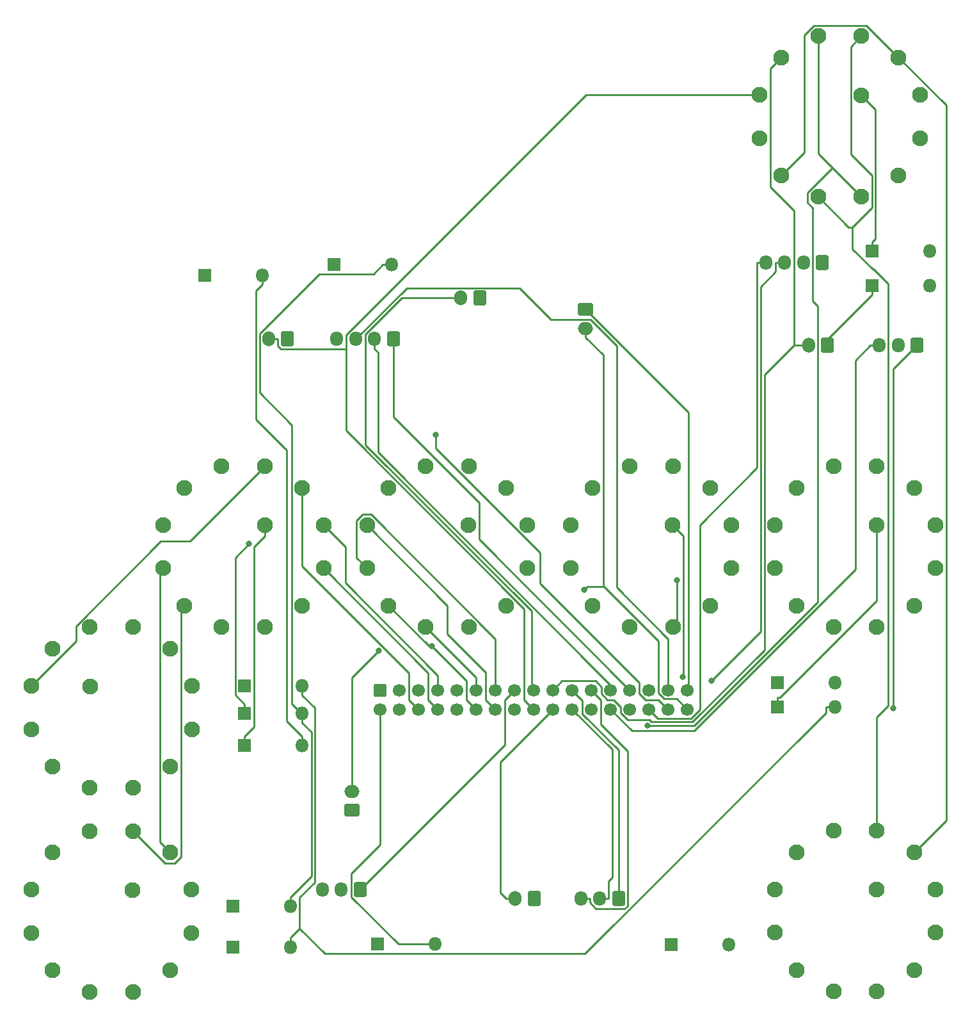
<source format=gbr>
%TF.GenerationSoftware,KiCad,Pcbnew,8.0.2-1*%
%TF.CreationDate,2024-08-11T12:42:30+10:00*%
%TF.ProjectId,UHF-ROTARIES,5548462d-524f-4544-9152-4945532e6b69,rev?*%
%TF.SameCoordinates,Original*%
%TF.FileFunction,Copper,L1,Top*%
%TF.FilePolarity,Positive*%
%FSLAX46Y46*%
G04 Gerber Fmt 4.6, Leading zero omitted, Abs format (unit mm)*
G04 Created by KiCad (PCBNEW 8.0.2-1) date 2024-08-11 12:42:30*
%MOMM*%
%LPD*%
G01*
G04 APERTURE LIST*
G04 Aperture macros list*
%AMRoundRect*
0 Rectangle with rounded corners*
0 $1 Rounding radius*
0 $2 $3 $4 $5 $6 $7 $8 $9 X,Y pos of 4 corners*
0 Add a 4 corners polygon primitive as box body*
4,1,4,$2,$3,$4,$5,$6,$7,$8,$9,$2,$3,0*
0 Add four circle primitives for the rounded corners*
1,1,$1+$1,$2,$3*
1,1,$1+$1,$4,$5*
1,1,$1+$1,$6,$7*
1,1,$1+$1,$8,$9*
0 Add four rect primitives between the rounded corners*
20,1,$1+$1,$2,$3,$4,$5,0*
20,1,$1+$1,$4,$5,$6,$7,0*
20,1,$1+$1,$6,$7,$8,$9,0*
20,1,$1+$1,$8,$9,$2,$3,0*%
G04 Aperture macros list end*
%TA.AperFunction,ComponentPad*%
%ADD10C,2.100000*%
%TD*%
%TA.AperFunction,ComponentPad*%
%ADD11R,1.800000X1.800000*%
%TD*%
%TA.AperFunction,ComponentPad*%
%ADD12O,1.800000X1.800000*%
%TD*%
%TA.AperFunction,ComponentPad*%
%ADD13RoundRect,0.250000X0.600000X0.750000X-0.600000X0.750000X-0.600000X-0.750000X0.600000X-0.750000X0*%
%TD*%
%TA.AperFunction,ComponentPad*%
%ADD14O,1.700000X2.000000*%
%TD*%
%TA.AperFunction,ComponentPad*%
%ADD15RoundRect,0.250000X0.600000X0.725000X-0.600000X0.725000X-0.600000X-0.725000X0.600000X-0.725000X0*%
%TD*%
%TA.AperFunction,ComponentPad*%
%ADD16O,1.700000X1.950000*%
%TD*%
%TA.AperFunction,ComponentPad*%
%ADD17RoundRect,0.250000X-0.750000X0.600000X-0.750000X-0.600000X0.750000X-0.600000X0.750000X0.600000X0*%
%TD*%
%TA.AperFunction,ComponentPad*%
%ADD18O,2.000000X1.700000*%
%TD*%
%TA.AperFunction,ComponentPad*%
%ADD19RoundRect,0.250000X0.750000X-0.600000X0.750000X0.600000X-0.750000X0.600000X-0.750000X-0.600000X0*%
%TD*%
%TA.AperFunction,ComponentPad*%
%ADD20RoundRect,0.250000X-0.600000X0.600000X-0.600000X-0.600000X0.600000X-0.600000X0.600000X0.600000X0*%
%TD*%
%TA.AperFunction,ComponentPad*%
%ADD21C,1.700000*%
%TD*%
%TA.AperFunction,ViaPad*%
%ADD22C,0.800000*%
%TD*%
%TA.AperFunction,Conductor*%
%ADD23C,0.250000*%
%TD*%
G04 APERTURE END LIST*
D10*
%TO.P,SW9,1,1*%
%TO.N,ROW0*%
X107472000Y17778000D03*
%TO.P,SW9,2,2*%
%TO.N,ROW1*%
X112403000Y14931000D03*
%TO.P,SW9,3,3*%
%TO.N,ROW2*%
X115250000Y10000000D03*
%TO.P,SW9,4,4*%
%TO.N,ROW3*%
X115250000Y4306000D03*
%TO.P,SW9,5,5*%
%TO.N,ROW4*%
X112403000Y-625000D03*
%TO.P,SW9,6,6*%
%TO.N,ROW5*%
X107472000Y-3472000D03*
%TO.P,SW9,7,7*%
%TO.N,ROW6*%
X101778000Y-3472000D03*
%TO.P,SW9,8,8*%
%TO.N,ROW7*%
X96847000Y-625000D03*
%TO.P,SW9,9,9*%
%TO.N,ROW8*%
X94000000Y4306000D03*
%TO.P,SW9,10,10*%
%TO.N,ROW9*%
X94000000Y10000000D03*
%TO.P,SW9,11,11*%
%TO.N,unconnected-(SW9-Pad11)*%
X96847000Y14931000D03*
%TO.P,SW9,12,12*%
%TO.N,unconnected-(SW9-Pad12)*%
X101778000Y17778000D03*
%TO.P,SW9,A1,A1*%
%TO.N,Net-(D10-K)*%
X107453000Y9981000D03*
%TD*%
%TO.P,J10,1,1*%
%TO.N,ROW10*%
X134472000Y-30397000D03*
%TO.P,J10,2,2*%
%TO.N,ROW11*%
X139403000Y-33244000D03*
%TO.P,J10,3,3*%
%TO.N,ROW12*%
X142250000Y-38175000D03*
%TO.P,J10,4,4*%
%TO.N,unconnected-(J10-Pad4)*%
X142250000Y-43869000D03*
%TO.P,J10,5,5*%
%TO.N,unconnected-(J10-Pad5)*%
X139403000Y-48800000D03*
%TO.P,J10,6,6*%
%TO.N,unconnected-(J10-Pad6)*%
X134472000Y-51647000D03*
%TO.P,J10,7,7*%
%TO.N,unconnected-(J10-Pad7)*%
X128778000Y-51647000D03*
%TO.P,J10,8,8*%
%TO.N,unconnected-(J10-Pad8)*%
X123847000Y-48800000D03*
%TO.P,J10,9,9*%
%TO.N,unconnected-(J10-Pad9)*%
X121000000Y-43869000D03*
%TO.P,J10,10,10*%
%TO.N,unconnected-(J10-Pad10)*%
X121000000Y-38175000D03*
%TO.P,J10,11,11*%
%TO.N,unconnected-(J10-Pad11)*%
X123847000Y-33244000D03*
%TO.P,J10,12,12*%
%TO.N,unconnected-(J10-Pad12)*%
X128778000Y-30397000D03*
%TO.P,J10,A1,A1*%
%TO.N,Net-(D2-K)*%
X134453000Y-38194000D03*
%TD*%
%TO.P,SW2,1,1*%
%TO.N,ROW0*%
X80472000Y17778000D03*
%TO.P,SW2,2,2*%
%TO.N,ROW1*%
X85403000Y14931000D03*
%TO.P,SW2,3,3*%
%TO.N,ROW2*%
X88250000Y10000000D03*
%TO.P,SW2,4,4*%
%TO.N,ROW3*%
X88250000Y4306000D03*
%TO.P,SW2,5,5*%
%TO.N,ROW4*%
X85403000Y-625000D03*
%TO.P,SW2,6,6*%
%TO.N,ROW5*%
X80472000Y-3472000D03*
%TO.P,SW2,7,7*%
%TO.N,ROW6*%
X74778000Y-3472000D03*
%TO.P,SW2,8,8*%
%TO.N,ROW7*%
X69847000Y-625000D03*
%TO.P,SW2,9,9*%
%TO.N,ROW8*%
X67000000Y4306000D03*
%TO.P,SW2,10,10*%
%TO.N,ROW9*%
X67000000Y10000000D03*
%TO.P,SW2,11,11*%
%TO.N,unconnected-(SW2-Pad11)*%
X69847000Y14931000D03*
%TO.P,SW2,12,12*%
%TO.N,unconnected-(SW2-Pad12)*%
X74778000Y17778000D03*
%TO.P,SW2,A1,A1*%
%TO.N,Net-(D7-K)*%
X80453000Y9981000D03*
%TD*%
%TO.P,J9,1,1*%
%TO.N,ROW7*%
X36022000Y-30428000D03*
%TO.P,J9,2,2*%
%TO.N,ROW8*%
X40953000Y-33275000D03*
%TO.P,J9,3,3*%
%TO.N,ROW9*%
X43800000Y-38206000D03*
%TO.P,J9,4,4*%
%TO.N,ROW10*%
X43800000Y-43900000D03*
%TO.P,J9,5,5*%
%TO.N,unconnected-(J9-Pad5)*%
X40953000Y-48831000D03*
%TO.P,J9,6,6*%
%TO.N,unconnected-(J9-Pad6)*%
X36022000Y-51678000D03*
%TO.P,J9,7,7*%
%TO.N,unconnected-(J9-Pad7)*%
X30328000Y-51678000D03*
%TO.P,J9,8,8*%
%TO.N,unconnected-(J9-Pad8)*%
X25397000Y-48831000D03*
%TO.P,J9,9,9*%
%TO.N,unconnected-(J9-Pad9)*%
X22550000Y-43900000D03*
%TO.P,J9,10,10*%
%TO.N,unconnected-(J9-Pad10)*%
X22550000Y-38206000D03*
%TO.P,J9,11,11*%
%TO.N,unconnected-(J9-Pad11)*%
X25397000Y-33275000D03*
%TO.P,J9,12,12*%
%TO.N,unconnected-(J9-Pad12)*%
X30328000Y-30428000D03*
%TO.P,J9,A1,A1*%
%TO.N,Net-(D1-K)*%
X36003000Y-38225000D03*
%TD*%
%TO.P,SW5,1,1*%
%TO.N,ROW0*%
X22553000Y-11275000D03*
%TO.P,SW5,2,2*%
%TO.N,ROW1*%
X25400000Y-6344000D03*
%TO.P,SW5,3,3*%
%TO.N,ROW2*%
X30331000Y-3497000D03*
%TO.P,SW5,4,4*%
%TO.N,unconnected-(SW5-Pad4)*%
X36025000Y-3497000D03*
%TO.P,SW5,5,5*%
%TO.N,unconnected-(SW5-Pad5)*%
X40956000Y-6344000D03*
%TO.P,SW5,6,6*%
%TO.N,unconnected-(SW5-Pad6)*%
X43803000Y-11275000D03*
%TO.P,SW5,7,7*%
%TO.N,unconnected-(SW5-Pad7)*%
X43803000Y-16969000D03*
%TO.P,SW5,8,8*%
%TO.N,unconnected-(SW5-Pad8)*%
X40956000Y-21900000D03*
%TO.P,SW5,9,9*%
%TO.N,unconnected-(SW5-Pad9)*%
X36025000Y-24747000D03*
%TO.P,SW5,10,10*%
%TO.N,unconnected-(SW5-Pad10)*%
X30331000Y-24747000D03*
%TO.P,SW5,11,11*%
%TO.N,unconnected-(SW5-Pad11)*%
X25400000Y-21900000D03*
%TO.P,SW5,12,12*%
%TO.N,unconnected-(SW5-Pad12)*%
X22553000Y-16969000D03*
%TO.P,SW5,A1,A1*%
%TO.N,Net-(D5-K)*%
X30350000Y-11294000D03*
%TD*%
%TO.P,SW3,1,1*%
%TO.N,ROW3*%
X134472000Y17778000D03*
%TO.P,SW3,2,2*%
%TO.N,ROW4*%
X139403000Y14931000D03*
%TO.P,SW3,3,3*%
%TO.N,ROW5*%
X142250000Y10000000D03*
%TO.P,SW3,4,4*%
%TO.N,ROW6*%
X142250000Y4306000D03*
%TO.P,SW3,5,5*%
%TO.N,unconnected-(SW3-Pad5)*%
X139403000Y-625000D03*
%TO.P,SW3,6,6*%
%TO.N,unconnected-(SW3-Pad6)*%
X134472000Y-3472000D03*
%TO.P,SW3,7,7*%
%TO.N,unconnected-(SW3-Pad7)*%
X128778000Y-3472000D03*
%TO.P,SW3,8,8*%
%TO.N,unconnected-(SW3-Pad8)*%
X123847000Y-625000D03*
%TO.P,SW3,9,9*%
%TO.N,unconnected-(SW3-Pad9)*%
X121000000Y4306000D03*
%TO.P,SW3,10,10*%
%TO.N,unconnected-(SW3-Pad10)*%
X121000000Y10000000D03*
%TO.P,SW3,11,11*%
%TO.N,unconnected-(SW3-Pad11)*%
X123847000Y14931000D03*
%TO.P,SW3,12,12*%
%TO.N,unconnected-(SW3-Pad12)*%
X128778000Y17778000D03*
%TO.P,SW3,A1,A1*%
%TO.N,Net-(D8-K)*%
X134453000Y9981000D03*
%TD*%
%TO.P,SW1,1,1*%
%TO.N,ROW0*%
X53472000Y17778000D03*
%TO.P,SW1,2,2*%
%TO.N,ROW1*%
X58403000Y14931000D03*
%TO.P,SW1,3,3*%
%TO.N,ROW2*%
X61250000Y10000000D03*
%TO.P,SW1,4,4*%
%TO.N,ROW3*%
X61250000Y4306000D03*
%TO.P,SW1,5,5*%
%TO.N,ROW4*%
X58403000Y-625000D03*
%TO.P,SW1,6,6*%
%TO.N,ROW5*%
X53472000Y-3472000D03*
%TO.P,SW1,7,7*%
%TO.N,ROW6*%
X47778000Y-3472000D03*
%TO.P,SW1,8,8*%
%TO.N,ROW7*%
X42847000Y-625000D03*
%TO.P,SW1,9,9*%
%TO.N,ROW8*%
X40000000Y4306000D03*
%TO.P,SW1,10,10*%
%TO.N,ROW9*%
X40000000Y10000000D03*
%TO.P,SW1,11,11*%
%TO.N,unconnected-(SW1-Pad11)*%
X42847000Y14931000D03*
%TO.P,SW1,12,12*%
%TO.N,unconnected-(SW1-Pad12)*%
X47778000Y17778000D03*
%TO.P,SW1,A1,A1*%
%TO.N,Net-(D6-K)*%
X53453000Y9981000D03*
%TD*%
%TO.P,SW4,1,1*%
%TO.N,ROW10*%
X132425000Y74647000D03*
%TO.P,SW4,2,2*%
%TO.N,ROW11*%
X137356000Y71800000D03*
%TO.P,SW4,3,3*%
%TO.N,ROW12*%
X140203000Y66869000D03*
%TO.P,SW4,4,4*%
%TO.N,ROW13*%
X140203000Y61175000D03*
%TO.P,SW4,5,5*%
%TO.N,ROW14*%
X137356000Y56244000D03*
%TO.P,SW4,6,6*%
%TO.N,ROW15*%
X132425000Y53397000D03*
%TO.P,SW4,7,7*%
%TO.N,ROW10*%
X126731000Y53397000D03*
%TO.P,SW4,8,8*%
%TO.N,ROW11*%
X121800000Y56244000D03*
%TO.P,SW4,9,9*%
%TO.N,ROW12*%
X118953000Y61175000D03*
%TO.P,SW4,10,10*%
%TO.N,ROW13*%
X118953000Y66869000D03*
%TO.P,SW4,11,11*%
%TO.N,ROW14*%
X121800000Y71800000D03*
%TO.P,SW4,12,12*%
%TO.N,ROW15*%
X126731000Y74647000D03*
%TO.P,SW4,A1,A1*%
%TO.N,Net-(D9-K)*%
X132406000Y66850000D03*
%TD*%
D11*
%TO.P,D13,1,K*%
%TO.N,Net-(D13-K)*%
X62680000Y44450000D03*
D12*
%TO.P,D13,2,A*%
%TO.N,COL9*%
X70300000Y44450000D03*
%TD*%
D13*
%TO.P,SW7,1,1*%
%TO.N,Net-(D4-K)*%
X127950000Y33825000D03*
D14*
%TO.P,SW7,2,2*%
%TO.N,ROW14*%
X125450000Y33825000D03*
%TD*%
D11*
%TO.P,D6,1,K*%
%TO.N,Net-(D6-K)*%
X50790000Y-19150000D03*
D12*
%TO.P,D6,2,A*%
%TO.N,COL8*%
X58410000Y-19150000D03*
%TD*%
D15*
%TO.P,RV1,1,1*%
%TO.N,ANALOG_5V*%
X100300000Y-39350000D03*
D16*
%TO.P,RV1,2,2*%
%TO.N,UHF_VOL*%
X97800000Y-39350000D03*
%TO.P,RV1,3,3*%
%TO.N,ANALOG_GND*%
X95300000Y-39350000D03*
%TD*%
D17*
%TO.P,J2,1,Pin_1*%
%TO.N,+12V*%
X95920000Y38520000D03*
D18*
%TO.P,J2,2,Pin_2*%
%TO.N,BACKLIGHT_-V*%
X95920000Y36020000D03*
%TD*%
D11*
%TO.P,D4,1,K*%
%TO.N,Net-(D4-K)*%
X133880000Y41700000D03*
D12*
%TO.P,D4,2,A*%
%TO.N,COL8*%
X141500000Y41700000D03*
%TD*%
D11*
%TO.P,D7,1,K*%
%TO.N,Net-(D7-K)*%
X50790000Y-14900000D03*
D12*
%TO.P,D7,2,A*%
%TO.N,COL9*%
X58410000Y-14900000D03*
%TD*%
D11*
%TO.P,D9,1,K*%
%TO.N,Net-(D9-K)*%
X133880000Y46200000D03*
D12*
%TO.P,D9,2,A*%
%TO.N,COL10*%
X141500000Y46200000D03*
%TD*%
D15*
%TO.P,J5,1,Pin_1*%
%TO.N,+5V*%
X127260000Y44680000D03*
D16*
%TO.P,J5,2,Pin_2*%
%TO.N,GND*%
X124760000Y44680000D03*
%TO.P,J5,3,Pin_3*%
%TO.N,UHF_PRESET_SC*%
X122260000Y44680000D03*
%TO.P,J5,4,Pin_4*%
%TO.N,UHF_PRESET_SD*%
X119760000Y44680000D03*
%TD*%
D11*
%TO.P,D12,1,K*%
%TO.N,Net-(D12-K)*%
X49230000Y-40400000D03*
D12*
%TO.P,D12,2,A*%
%TO.N,COL9*%
X56850000Y-40400000D03*
%TD*%
D15*
%TO.P,SW8,1,1*%
%TO.N,UHF_PRESET_A*%
X139790000Y33780000D03*
D16*
%TO.P,SW8,2,2*%
%TO.N,GND*%
X137290000Y33780000D03*
%TO.P,SW8,3,3*%
%TO.N,UHF_PRESET_B*%
X134790000Y33780000D03*
%TD*%
D13*
%TO.P,SW12,1,1*%
%TO.N,Net-(D13-K)*%
X81920000Y40030000D03*
D14*
%TO.P,SW12,2,2*%
%TO.N,ROW12*%
X79420000Y40030000D03*
%TD*%
D15*
%TO.P,SW10,1,A*%
%TO.N,ROW10*%
X66100000Y-38200000D03*
D16*
%TO.P,SW10,2,B*%
%TO.N,Net-(D12-K)*%
X63600000Y-38200000D03*
%TO.P,SW10,3,C*%
%TO.N,ROW11*%
X61100000Y-38200000D03*
%TD*%
D13*
%TO.P,SW13,1,A*%
%TO.N,Net-(D11-K)*%
X89100000Y-39350000D03*
D14*
%TO.P,SW13,2,B*%
%TO.N,ROW15*%
X86600000Y-39350000D03*
%TD*%
D15*
%TO.P,J3,1,Pin_1*%
%TO.N,+5V*%
X70500000Y34600000D03*
D16*
%TO.P,J3,2,Pin_2*%
%TO.N,GND*%
X68000000Y34600000D03*
%TO.P,J3,3,Pin_3*%
%TO.N,UHF_CHANNEL_SC*%
X65500000Y34600000D03*
%TO.P,J3,4,Pin_4*%
%TO.N,UHF_CHANNEL_SD*%
X63000000Y34600000D03*
%TD*%
D11*
%TO.P,D2,1,K*%
%TO.N,Net-(D2-K)*%
X107290000Y-45450000D03*
D12*
%TO.P,D2,2,A*%
%TO.N,COL8*%
X114910000Y-45450000D03*
%TD*%
D19*
%TO.P,J4,1,Pin_1*%
%TO.N,+12V*%
X65030000Y-27685000D03*
D18*
%TO.P,J4,2,Pin_2*%
%TO.N,BACKLIGHT_-V*%
X65030000Y-25185000D03*
%TD*%
D11*
%TO.P,D8,1,K*%
%TO.N,Net-(D8-K)*%
X121320000Y-14000000D03*
D12*
%TO.P,D8,2,A*%
%TO.N,COL7*%
X128940000Y-14000000D03*
%TD*%
D11*
%TO.P,D1,1,K*%
%TO.N,Net-(D1-K)*%
X49240000Y-45750000D03*
D12*
%TO.P,D1,2,A*%
%TO.N,COL7*%
X56860000Y-45750000D03*
%TD*%
D11*
%TO.P,D5,1,K*%
%TO.N,Net-(D5-K)*%
X50800000Y-11250000D03*
D12*
%TO.P,D5,2,A*%
%TO.N,COL7*%
X58420000Y-11250000D03*
%TD*%
D11*
%TO.P,D10,1,K*%
%TO.N,Net-(D10-K)*%
X121320000Y-10800000D03*
D12*
%TO.P,D10,2,A*%
%TO.N,COL10*%
X128940000Y-10800000D03*
%TD*%
D11*
%TO.P,D3,1,K*%
%TO.N,Net-(D3-K)*%
X45540000Y43050000D03*
D12*
%TO.P,D3,2,A*%
%TO.N,COL8*%
X53160000Y43050000D03*
%TD*%
D11*
%TO.P,D11,1,K*%
%TO.N,Net-(D11-K)*%
X68390000Y-45400000D03*
D12*
%TO.P,D11,2,A*%
%TO.N,COL8*%
X76010000Y-45400000D03*
%TD*%
D20*
%TO.P,J1,1,Pin_1*%
%TO.N,COL7*%
X68760000Y-11800000D03*
D21*
%TO.P,J1,2,Pin_2*%
%TO.N,COL8*%
X68760000Y-14340000D03*
%TO.P,J1,3,Pin_3*%
%TO.N,COL9*%
X71300000Y-11800000D03*
%TO.P,J1,4,Pin_4*%
%TO.N,COL10*%
X71300000Y-14340000D03*
%TO.P,J1,5,Pin_5*%
%TO.N,ROW0*%
X73840000Y-11800000D03*
%TO.P,J1,6,Pin_6*%
%TO.N,ROW1*%
X73840000Y-14340000D03*
%TO.P,J1,7,Pin_7*%
%TO.N,ROW2*%
X76380000Y-11800000D03*
%TO.P,J1,8,Pin_8*%
%TO.N,ROW3*%
X76380000Y-14340000D03*
%TO.P,J1,9,Pin_9*%
%TO.N,ROW4*%
X78920000Y-11800000D03*
%TO.P,J1,10,Pin_10*%
%TO.N,ROW5*%
X78920000Y-14340000D03*
%TO.P,J1,11,Pin_11*%
%TO.N,ROW6*%
X81460000Y-11800000D03*
%TO.P,J1,12,Pin_12*%
%TO.N,ROW7*%
X81460000Y-14340000D03*
%TO.P,J1,13,Pin_13*%
%TO.N,ROW8*%
X84000000Y-11800000D03*
%TO.P,J1,14,Pin_14*%
%TO.N,ROW9*%
X84000000Y-14340000D03*
%TO.P,J1,15,Pin_15*%
%TO.N,ROW10*%
X86540000Y-11800000D03*
%TO.P,J1,16,Pin_16*%
%TO.N,ROW11*%
X86540000Y-14340000D03*
%TO.P,J1,17,Pin_17*%
%TO.N,ROW12*%
X89080000Y-11800000D03*
%TO.P,J1,18,Pin_18*%
%TO.N,ROW13*%
X89080000Y-14340000D03*
%TO.P,J1,19,Pin_19*%
%TO.N,ROW14*%
X91620000Y-11800000D03*
%TO.P,J1,20,Pin_20*%
%TO.N,ROW15*%
X91620000Y-14340000D03*
%TO.P,J1,21,Pin_21*%
%TO.N,ANALOG_5V*%
X94160000Y-11800000D03*
%TO.P,J1,22,Pin_22*%
%TO.N,UHF_VOL*%
X94160000Y-14340000D03*
%TO.P,J1,23,Pin_23*%
%TO.N,ANALOG_GND*%
X96700000Y-11800000D03*
%TO.P,J1,24,Pin_24*%
%TO.N,UHF_PRESET_A*%
X96700000Y-14340000D03*
%TO.P,J1,25,Pin_25*%
%TO.N,GND*%
X99240000Y-11800000D03*
%TO.P,J1,26,Pin_26*%
%TO.N,UHF_PRESET_B*%
X99240000Y-14340000D03*
%TO.P,J1,27,Pin_27*%
%TO.N,+5V*%
X101780000Y-11800000D03*
%TO.P,J1,28,Pin_28*%
%TO.N,GND*%
X101780000Y-14340000D03*
%TO.P,J1,29,Pin_29*%
%TO.N,UHF_PRESET_SC*%
X104320000Y-11800000D03*
%TO.P,J1,30,Pin_30*%
%TO.N,UHF_PRESET_SD*%
X104320000Y-14340000D03*
%TO.P,J1,31,Pin_31*%
%TO.N,UHF_CHANNEL_SC*%
X106860000Y-11800000D03*
%TO.P,J1,32,Pin_32*%
%TO.N,UHF_CHANNEL_SD*%
X106860000Y-14340000D03*
%TO.P,J1,33,Pin_33*%
%TO.N,+12V*%
X109400000Y-11800000D03*
%TO.P,J1,34,Pin_34*%
%TO.N,BACKLIGHT_-V*%
X109400000Y-14340000D03*
%TD*%
D13*
%TO.P,SW6,1,1*%
%TO.N,Net-(D3-K)*%
X56500000Y34600000D03*
D14*
%TO.P,SW6,2,2*%
%TO.N,ROW13*%
X54000000Y34600000D03*
%TD*%
D22*
%TO.N,Net-(D10-K)*%
X108818800Y-10102800D03*
%TO.N,ROW15*%
X104091700Y-16458800D03*
%TO.N,ROW5*%
X108056700Y2722400D03*
%TO.N,Net-(D7-K)*%
X51376100Y7520200D03*
%TO.N,UHF_CHANNEL_SD*%
X76118400Y21967800D03*
%TO.N,BACKLIGHT_-V*%
X68589100Y-6619500D03*
X95707300Y1442100D03*
%TO.N,ROW7*%
X75624800Y-6019500D03*
%TO.N,UHF_PRESET_SC*%
X112551300Y-10554500D03*
%TO.N,UHF_PRESET_A*%
X136671500Y-14237300D03*
%TD*%
D23*
%TO.N,COL7*%
X127713300Y-14766700D02*
X127713300Y-14000000D01*
X58420000Y-12476700D02*
X60102200Y-14158900D01*
X95824100Y-46655900D02*
X127713300Y-14766700D01*
X58420000Y-11250000D02*
X58420000Y-12476700D01*
X60102200Y-14158900D02*
X60102200Y-37209500D01*
X58086700Y-43296600D02*
X61446000Y-46655900D01*
X60102200Y-37209500D02*
X58086700Y-39225000D01*
X56860000Y-45750000D02*
X56860000Y-44523300D01*
X128940000Y-14000000D02*
X127713300Y-14000000D01*
X56860000Y-44523300D02*
X58086700Y-43296600D01*
X61446000Y-46655900D02*
X95824100Y-46655900D01*
X58086700Y-39225000D02*
X58086700Y-43296600D01*
%TO.N,Net-(D4-K)*%
X133880000Y41700000D02*
X133880000Y40473300D01*
X127950000Y33825000D02*
X127950000Y34543300D01*
X127950000Y34543300D02*
X133880000Y40473300D01*
%TO.N,COL8*%
X56387100Y-15900400D02*
X58410000Y-17923300D01*
X64909300Y-39154500D02*
X71154800Y-45400000D01*
X52323200Y40986500D02*
X52323200Y24015700D01*
X53160000Y41823300D02*
X52323200Y40986500D01*
X71154800Y-45400000D02*
X76010000Y-45400000D01*
X64909300Y-36077000D02*
X64909300Y-39154500D01*
X68760000Y-14340000D02*
X68760000Y-32226300D01*
X56387100Y19951800D02*
X56387100Y-15900400D01*
X68760000Y-32226300D02*
X64909300Y-36077000D01*
X52323200Y24015700D02*
X56387100Y19951800D01*
X53160000Y43050000D02*
X53160000Y41823300D01*
X58410000Y-19150000D02*
X58410000Y-17923300D01*
%TO.N,Net-(D9-K)*%
X134289800Y64966200D02*
X132406000Y66850000D01*
X133880000Y47426700D02*
X134289800Y47836500D01*
X133880000Y46200000D02*
X133880000Y47426700D01*
X134289800Y47836500D02*
X134289800Y64966200D01*
%TO.N,COL9*%
X58410000Y-15513300D02*
X58410000Y-16126700D01*
X58410000Y-16126700D02*
X59636700Y-17353400D01*
X58410000Y-15014800D02*
X58410000Y-15129600D01*
X52774900Y27503500D02*
X52774900Y35282900D01*
X56850000Y-40400000D02*
X56850000Y-39173300D01*
X67846600Y43223300D02*
X69073300Y44450000D01*
X57026300Y-13631100D02*
X57026300Y23252100D01*
X59636700Y-36386600D02*
X56850000Y-39173300D01*
X58410000Y-15513300D02*
X58410000Y-15129600D01*
X59636700Y-17353400D02*
X59636700Y-36386600D01*
X57026300Y23252100D02*
X52774900Y27503500D01*
X52774900Y35282900D02*
X60715300Y43223300D01*
X58410000Y-15014800D02*
X57026300Y-13631100D01*
X70300000Y44450000D02*
X69073300Y44450000D01*
X60715300Y43223300D02*
X67846600Y43223300D01*
X58410000Y-14900000D02*
X58410000Y-15014800D01*
%TO.N,+5V*%
X101780000Y-11800000D02*
X81829700Y8150300D01*
X81829700Y8150300D02*
X81829700Y12991700D01*
X81829700Y12991700D02*
X70500000Y24321400D01*
X70500000Y24321400D02*
X70500000Y34600000D01*
%TO.N,Net-(D10-K)*%
X108871700Y8562300D02*
X108871700Y-10049900D01*
X107453000Y9981000D02*
X108871700Y8562300D01*
X108871700Y-10049900D02*
X108818800Y-10102800D01*
%TO.N,GND*%
X68451700Y32846600D02*
X68000000Y33298300D01*
X68451700Y19627100D02*
X68451700Y32846600D01*
X99240000Y-11800000D02*
X99240000Y-11161200D01*
X99240000Y-11161200D02*
X68451700Y19627100D01*
X68000000Y34600000D02*
X68000000Y33298300D01*
%TO.N,ROW0*%
X22553000Y-11275000D02*
X28487500Y-5340500D01*
X28487500Y-5340500D02*
X28487500Y-3377500D01*
X39733100Y7868100D02*
X43562100Y7868100D01*
X28487500Y-3377500D02*
X39733100Y7868100D01*
X43562100Y7868100D02*
X53472000Y17778000D01*
%TO.N,ROW1*%
X72570100Y-13070100D02*
X72570100Y-9572000D01*
X58403000Y4595100D02*
X58403000Y14931000D01*
X73840000Y-14340000D02*
X72570100Y-13070100D01*
X72570100Y-9572000D02*
X58403000Y4595100D01*
%TO.N,ROW15*%
X84672300Y-38599000D02*
X84672300Y-21287700D01*
X126009400Y39616400D02*
X126643000Y38982800D01*
X126009400Y51947600D02*
X126009400Y39616400D01*
X126643000Y38982800D02*
X126643000Y-124700D01*
X126731000Y74647000D02*
X126731000Y59091000D01*
X110308900Y-16458800D02*
X104091700Y-16458800D01*
X84672300Y-21287700D02*
X91620000Y-14340000D01*
X128593100Y57228900D02*
X125318000Y53953800D01*
X128593100Y57228900D02*
X132425000Y53397000D01*
X126731000Y59091000D02*
X128593100Y57228900D01*
X126643000Y-124700D02*
X110308900Y-16458800D01*
X125318000Y53953800D02*
X125318000Y52639000D01*
X85423300Y-39350000D02*
X84672300Y-38599000D01*
X86600000Y-39350000D02*
X85423300Y-39350000D01*
X125318000Y52639000D02*
X126009400Y51947600D01*
%TO.N,ROW14*%
X104392700Y-15730500D02*
X101505800Y-15730500D01*
X97244800Y-10599600D02*
X92820400Y-10599600D01*
X100603300Y-14828000D02*
X100603300Y-14002400D01*
X120413400Y54673400D02*
X120413400Y70413400D01*
X101505800Y-15730500D02*
X100603300Y-14828000D01*
X119579600Y-6510200D02*
X110089800Y-16000000D01*
X99670900Y-13070000D02*
X98830700Y-13070000D01*
X125450000Y33825000D02*
X124273300Y33825000D01*
X98063300Y-12302600D02*
X98063300Y-11418100D01*
X123510000Y33825000D02*
X124273300Y33825000D01*
X119579600Y29894600D02*
X119579600Y-6510200D01*
X123510000Y51576800D02*
X120413400Y54673400D01*
X100603300Y-14002400D02*
X99670900Y-13070000D01*
X123510000Y33825000D02*
X119579600Y29894600D01*
X92820400Y-10599600D02*
X91620000Y-11800000D01*
X120413400Y70413400D02*
X121800000Y71800000D01*
X104662200Y-16000000D02*
X104392700Y-15730500D01*
X98063300Y-11418100D02*
X97244800Y-10599600D01*
X123510000Y33825000D02*
X123510000Y51576800D01*
X110089800Y-16000000D02*
X104662200Y-16000000D01*
X98830700Y-13070000D02*
X98063300Y-12302600D01*
%TO.N,ROW5*%
X107472000Y-3472000D02*
X108056700Y-2887300D01*
X108056700Y-2887300D02*
X108056700Y2722400D01*
%TO.N,UHF_PRESET_B*%
X134790000Y33780000D02*
X133613300Y33780000D01*
X102085500Y-17185500D02*
X110272400Y-17185500D01*
X131625000Y31791700D02*
X133613300Y33780000D01*
X110272400Y-17185500D02*
X131625000Y4167100D01*
X131625000Y4167100D02*
X131625000Y31791700D01*
X99240000Y-14340000D02*
X102085500Y-17185500D01*
%TO.N,ROW8*%
X66440500Y11421300D02*
X67527900Y11421300D01*
X65594800Y5711200D02*
X65594800Y10575600D01*
X39572600Y3878600D02*
X39572600Y-31894600D01*
X67000000Y4306000D02*
X65594800Y5711200D01*
X65594800Y10575600D02*
X66440500Y11421300D01*
X67527900Y11421300D02*
X84000000Y-5050800D01*
X39572600Y-31894600D02*
X40953000Y-33275000D01*
X84000000Y-5050800D02*
X84000000Y-11800000D01*
X40000000Y4306000D02*
X39572600Y3878600D01*
%TO.N,ROW2*%
X64150500Y2359300D02*
X64150500Y7099500D01*
X76380000Y-11800000D02*
X76380000Y-9870200D01*
X76380000Y-9870200D02*
X64150500Y2359300D01*
X64150500Y7099500D02*
X61250000Y10000000D01*
%TO.N,Net-(D6-K)*%
X50790000Y-17923300D02*
X52026700Y-16686600D01*
X52026700Y-16686600D02*
X52026700Y7143100D01*
X53453000Y8569400D02*
X53453000Y9981000D01*
X50790000Y-19150000D02*
X50790000Y-17923300D01*
X52026700Y7143100D02*
X53453000Y8569400D01*
%TO.N,ROW12*%
X79420000Y40030000D02*
X78243300Y40030000D01*
X88773400Y-1333400D02*
X66814100Y20625900D01*
X71604600Y40029900D02*
X78243300Y40029900D01*
X66814100Y35239400D02*
X71604600Y40029900D01*
X66814100Y20625900D02*
X66814100Y35239400D01*
X88773400Y-11493400D02*
X88773400Y-1333400D01*
X89080000Y-11800000D02*
X88773400Y-11493400D01*
X78243300Y40029900D02*
X78243300Y40030000D01*
%TO.N,Net-(D7-K)*%
X49573300Y-12456600D02*
X49573300Y5717400D01*
X50790000Y-13673300D02*
X49573300Y-12456600D01*
X49573300Y5717400D02*
X51376100Y7520200D01*
X50790000Y-14900000D02*
X50790000Y-13673300D01*
%TO.N,Net-(D8-K)*%
X134453000Y53000D02*
X134453000Y9981000D01*
X121626700Y-12773300D02*
X134453000Y53000D01*
X121320000Y-14000000D02*
X121320000Y-12773300D01*
X121320000Y-12773300D02*
X121626700Y-12773300D01*
%TO.N,ROW9*%
X84000000Y-14340000D02*
X82730000Y-13070000D01*
X77625100Y-625100D02*
X67000000Y10000000D01*
X82730000Y-13070000D02*
X82730000Y-9479100D01*
X77625100Y-4374200D02*
X77625100Y-625100D01*
X82730000Y-9479100D02*
X77625100Y-4374200D01*
%TO.N,UHF_CHANNEL_SD*%
X103050000Y-10828200D02*
X89925100Y2296700D01*
X105590000Y-13070000D02*
X103889100Y-13070000D01*
X89925100Y6349100D02*
X76118400Y20155800D01*
X89925100Y2296700D02*
X89925100Y6349100D01*
X103050000Y-12230900D02*
X103050000Y-10828200D01*
X106860000Y-14340000D02*
X105590000Y-13070000D01*
X103889100Y-13070000D02*
X103050000Y-12230900D01*
X76118400Y20155800D02*
X76118400Y21967800D01*
%TO.N,ROW11*%
X137356000Y71800000D02*
X133098200Y76057800D01*
X126129200Y76057800D02*
X124867800Y74796400D01*
X143647500Y65508500D02*
X137356000Y71800000D01*
X124867800Y59311800D02*
X121800000Y56244000D01*
X124867800Y74796400D02*
X124867800Y59311800D01*
X143647500Y-28999500D02*
X143647500Y65508500D01*
X139403000Y-33244000D02*
X143647500Y-28999500D01*
X133098200Y76057800D02*
X126129200Y76057800D01*
%TO.N,ANALOG_5V*%
X95523300Y-14945900D02*
X100300000Y-19722600D01*
X100300000Y-19722600D02*
X100300000Y-39350000D01*
X94160000Y-11800000D02*
X95523300Y-13163300D01*
X95523300Y-13163300D02*
X95523300Y-14945900D01*
%TO.N,ROW13*%
X89080000Y-14340000D02*
X87810000Y-13070000D01*
X55622700Y33271500D02*
X55176700Y33717500D01*
X64250000Y33271500D02*
X55622700Y33271500D01*
X54000000Y34600000D02*
X55176700Y34600000D01*
X87810000Y-1058300D02*
X64250000Y22501700D01*
X64250000Y35144700D02*
X95974300Y66869000D01*
X64250000Y22501700D02*
X64250000Y33271500D01*
X55176700Y33717500D02*
X55176700Y34600000D01*
X87810000Y-13070000D02*
X87810000Y-1058300D01*
X64250000Y33271500D02*
X64250000Y35144700D01*
X95974300Y66869000D02*
X118953000Y66869000D01*
%TO.N,BACKLIGHT_-V*%
X95920000Y36020000D02*
X95920000Y34843300D01*
X98269900Y32493400D02*
X95920000Y34843300D01*
X65030000Y-25185000D02*
X65030000Y-10178600D01*
X98269900Y1887700D02*
X98366400Y1887700D01*
X105590000Y-5335900D02*
X105590000Y-12209400D01*
X106357300Y-12976700D02*
X108036700Y-12976700D01*
X65030000Y-10178600D02*
X68589100Y-6619500D01*
X96152900Y1887700D02*
X95707300Y1442100D01*
X98366400Y1887700D02*
X105590000Y-5335900D01*
X108036700Y-12976700D02*
X109400000Y-14340000D01*
X105590000Y-12209400D02*
X106357300Y-12976700D01*
X98269900Y1887700D02*
X98269900Y32493400D01*
X98269900Y1887700D02*
X96152900Y1887700D01*
%TO.N,ROW6*%
X81460000Y-10154000D02*
X74778000Y-3472000D01*
X81460000Y-11800000D02*
X81460000Y-10154000D01*
%TO.N,ROW3*%
X75110000Y-9554000D02*
X61250000Y4306000D01*
X76380000Y-14340000D02*
X75110000Y-13070000D01*
X75110000Y-13070000D02*
X75110000Y-9554000D01*
%TO.N,ROW10*%
X86540000Y-11800000D02*
X85270000Y-13070000D01*
X126731000Y53397000D02*
X130713800Y49414200D01*
X131017700Y59016500D02*
X131017700Y73239700D01*
X134472000Y-15409200D02*
X134472000Y-30397000D01*
X131248600Y46522400D02*
X133895800Y43875200D01*
X133823700Y56210500D02*
X131017700Y59016500D01*
X130713800Y49414200D02*
X131248600Y49414200D01*
X135981000Y41924100D02*
X135981000Y-13900200D01*
X131017700Y73239700D02*
X132425000Y74647000D01*
X133823700Y51989300D02*
X133823700Y56210500D01*
X134029900Y43875200D02*
X135981000Y41924100D01*
X135981000Y-13900200D02*
X134472000Y-15409200D01*
X133895800Y43875200D02*
X134029900Y43875200D01*
X131248600Y49414200D02*
X131248600Y46522400D01*
X131248600Y49414200D02*
X133823700Y51989300D01*
X85270000Y-19030000D02*
X66100000Y-38200000D01*
X85270000Y-13070000D02*
X85270000Y-19030000D01*
%TO.N,ROW7*%
X41590400Y-34665100D02*
X42426300Y-33829200D01*
X42426300Y-1045700D02*
X42847000Y-625000D01*
X75241500Y-6019500D02*
X69847000Y-625000D01*
X80190000Y-13070000D02*
X80190000Y-10584700D01*
X42426300Y-33829200D02*
X42426300Y-1045700D01*
X81460000Y-14340000D02*
X80190000Y-13070000D01*
X40259100Y-34665100D02*
X41590400Y-34665100D01*
X80190000Y-10584700D02*
X75624800Y-6019500D01*
X75624800Y-6019500D02*
X75241500Y-6019500D01*
X36022000Y-30428000D02*
X40259100Y-34665100D01*
%TO.N,+12V*%
X109559700Y24880300D02*
X95920000Y38520000D01*
X109400000Y-11800000D02*
X109559700Y-11640300D01*
X109559700Y-11640300D02*
X109559700Y24880300D01*
%TO.N,UHF_PRESET_SC*%
X119081500Y-4024300D02*
X112551300Y-10554500D01*
X119081500Y41501500D02*
X119081500Y-4024300D01*
X121083300Y44680000D02*
X121083300Y43503300D01*
X121083300Y43503300D02*
X119081500Y41501500D01*
X122260000Y44680000D02*
X121083300Y44680000D01*
%TO.N,UHF_PRESET_SD*%
X118583300Y44680000D02*
X118583300Y17590700D01*
X119760000Y44680000D02*
X118583300Y44680000D01*
X111026300Y-14422400D02*
X109909500Y-15539200D01*
X118583300Y17590700D02*
X111026300Y10033700D01*
X105519200Y-15539200D02*
X104320000Y-14340000D01*
X111026300Y10033700D02*
X111026300Y-14422400D01*
X109909500Y-15539200D02*
X105519200Y-15539200D01*
%TO.N,ANALOG_GND*%
X101481000Y-40332600D02*
X101117500Y-40696100D01*
X97970000Y-13070000D02*
X97970000Y-16348300D01*
X101117500Y-40696100D02*
X97308000Y-40696100D01*
X101481000Y-19859300D02*
X101481000Y-40332600D01*
X96700000Y-11800000D02*
X97970000Y-13070000D01*
X97308000Y-40696100D02*
X96476700Y-39864800D01*
X95300000Y-39350000D02*
X96476700Y-39350000D01*
X96476700Y-39864800D02*
X96476700Y-39350000D01*
X97970000Y-16348300D02*
X101481000Y-19859300D01*
%TO.N,UHF_CHANNEL_SC*%
X91326200Y37213000D02*
X96564700Y37213000D01*
X96564700Y37213000D02*
X100038400Y33739300D01*
X65500000Y34600000D02*
X72260900Y41360900D01*
X106860000Y-5065900D02*
X106860000Y-11800000D01*
X100038400Y1755700D02*
X106860000Y-5065900D01*
X100038400Y33739300D02*
X100038400Y1755700D01*
X87178300Y41360900D02*
X91326200Y37213000D01*
X72260900Y41360900D02*
X87178300Y41360900D01*
%TO.N,UHF_VOL*%
X98976700Y-37045400D02*
X98976700Y-39350000D01*
X99431300Y-36590800D02*
X98976700Y-37045400D01*
X99431300Y-19611300D02*
X99431300Y-36590800D01*
X94160000Y-14340000D02*
X99431300Y-19611300D01*
X97800000Y-39350000D02*
X98976700Y-39350000D01*
%TO.N,UHF_PRESET_A*%
X136671500Y30661500D02*
X139790000Y33780000D01*
X136671500Y-14237300D02*
X136671500Y30661500D01*
%TD*%
M02*

</source>
